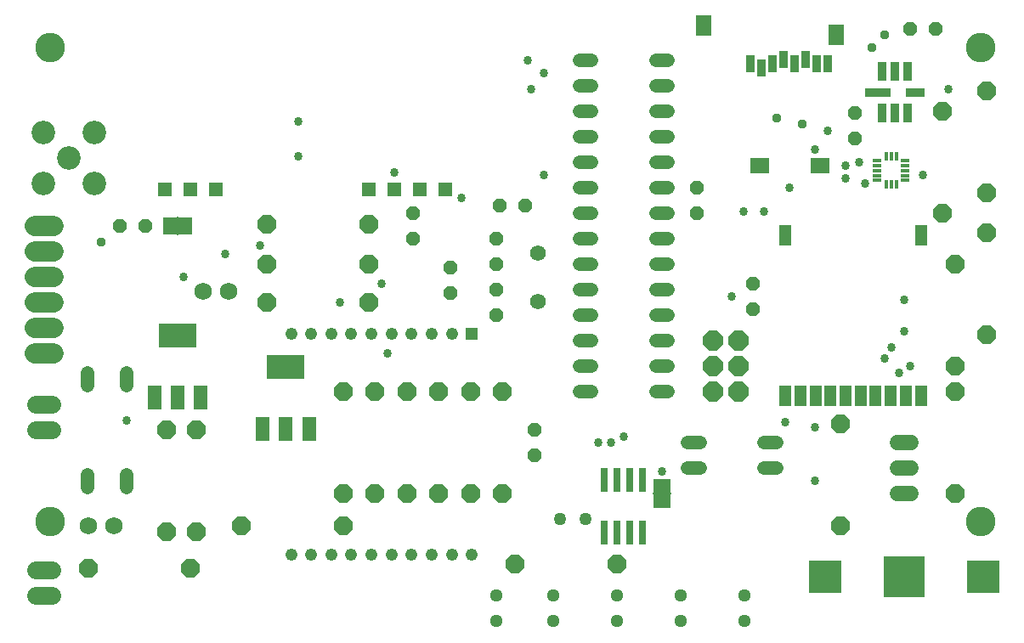
<source format=gts>
G75*
G70*
%OFA0B0*%
%FSLAX24Y24*%
%IPPOS*%
%LPD*%
%AMOC8*
5,1,8,0,0,1.08239X$1,22.5*
%
%ADD10C,0.1162*%
%ADD11C,0.0620*%
%ADD12OC8,0.0540*%
%ADD13C,0.0800*%
%ADD14OC8,0.0800*%
%ADD15C,0.0690*%
%ADD16R,0.0611X0.0808*%
%ADD17R,0.0769X0.0611*%
%ADD18R,0.0336X0.0651*%
%ADD19C,0.0540*%
%ADD20R,0.1044X0.0375*%
%ADD21R,0.0717X0.0375*%
%ADD22R,0.0375X0.0717*%
%ADD23R,0.0535X0.0535*%
%ADD24OC8,0.0720*%
%ADD25R,0.0480X0.0480*%
%ADD26C,0.0480*%
%ADD27C,0.0926*%
%ADD28C,0.0510*%
%ADD29R,0.1620X0.1620*%
%ADD30R,0.1310X0.1310*%
%ADD31R,0.0300X0.0930*%
%ADD32C,0.0496*%
%ADD33R,0.0336X0.0170*%
%ADD34R,0.0170X0.0336*%
%ADD35R,0.0540X0.0940*%
%ADD36R,0.1477X0.0926*%
%ADD37C,0.0692*%
%ADD38C,0.0614*%
%ADD39R,0.0540X0.0940*%
%ADD40R,0.0690X0.0520*%
%ADD41R,0.0720X0.0060*%
%ADD42R,0.0520X0.0690*%
%ADD43R,0.0060X0.0720*%
%ADD44R,0.0454X0.0847*%
%ADD45C,0.0337*%
%ADD46C,0.0376*%
D10*
X001683Y005083D03*
X001683Y023683D03*
X038183Y023683D03*
X038183Y005083D03*
D11*
X020808Y013733D03*
X020808Y015633D03*
D12*
X019178Y015183D03*
X019178Y014183D03*
X019178Y013183D03*
X017371Y014058D03*
X017371Y015058D03*
X015933Y016183D03*
X015933Y017183D03*
X019308Y017496D03*
X020308Y017496D03*
X019178Y016183D03*
X027058Y017183D03*
X027058Y018183D03*
X029246Y014433D03*
X029246Y013433D03*
X020683Y008683D03*
X020683Y007683D03*
X005433Y016682D03*
X004433Y016682D03*
X033246Y020121D03*
X033246Y021121D03*
X035433Y024433D03*
X036433Y024433D03*
D13*
X001816Y016683D02*
X001076Y016683D01*
X001076Y015683D02*
X001816Y015683D01*
X001816Y014683D02*
X001076Y014683D01*
X001076Y013683D02*
X001816Y013683D01*
X001816Y012683D02*
X001076Y012683D01*
X001076Y011683D02*
X001816Y011683D01*
D14*
X027683Y011183D03*
X028683Y011183D03*
X028683Y012183D03*
X027683Y012183D03*
X027683Y010183D03*
X028683Y010183D03*
D15*
X008683Y014121D03*
X007683Y014121D03*
X004189Y004939D03*
X003189Y004939D03*
D16*
X027329Y024556D03*
X032526Y024202D03*
D17*
X031896Y019044D03*
X029534Y019044D03*
D18*
X029573Y022902D03*
X029140Y023060D03*
X030006Y023060D03*
X030439Y023217D03*
X030872Y023060D03*
X031305Y023217D03*
X031739Y023060D03*
X032172Y023060D03*
D19*
X025923Y023183D02*
X025443Y023183D01*
X025443Y022183D02*
X025923Y022183D01*
X025923Y021183D02*
X025443Y021183D01*
X025443Y020183D02*
X025923Y020183D01*
X025923Y019183D02*
X025443Y019183D01*
X025443Y018183D02*
X025923Y018183D01*
X025923Y017183D02*
X025443Y017183D01*
X025443Y016183D02*
X025923Y016183D01*
X025923Y015183D02*
X025443Y015183D01*
X025443Y014183D02*
X025923Y014183D01*
X025923Y013183D02*
X025443Y013183D01*
X025443Y012183D02*
X025923Y012183D01*
X025923Y011183D02*
X025443Y011183D01*
X025443Y010183D02*
X025923Y010183D01*
X026693Y008183D02*
X027173Y008183D01*
X027173Y007183D02*
X026693Y007183D01*
X029693Y007183D02*
X030173Y007183D01*
X030173Y008183D02*
X029693Y008183D01*
X022923Y010183D02*
X022443Y010183D01*
X022443Y011183D02*
X022923Y011183D01*
X022923Y012183D02*
X022443Y012183D01*
X022443Y013183D02*
X022923Y013183D01*
X022923Y014183D02*
X022443Y014183D01*
X022443Y015183D02*
X022923Y015183D01*
X022923Y016183D02*
X022443Y016183D01*
X022443Y017183D02*
X022923Y017183D01*
X022923Y018183D02*
X022443Y018183D01*
X022443Y019183D02*
X022923Y019183D01*
X022923Y020183D02*
X022443Y020183D01*
X022443Y021183D02*
X022923Y021183D01*
X022923Y022183D02*
X022443Y022183D01*
X022443Y023183D02*
X022923Y023183D01*
X004683Y010923D02*
X004683Y010443D01*
X003167Y010440D02*
X003167Y010920D01*
X003167Y006920D02*
X003167Y006440D01*
X004683Y006443D02*
X004683Y006923D01*
D20*
X034159Y021933D03*
D21*
X035621Y021933D03*
D22*
X035308Y021120D03*
X034808Y021120D03*
X034308Y021120D03*
X034308Y022746D03*
X034808Y022746D03*
X035308Y022746D03*
D23*
X017183Y018121D03*
X016183Y018121D03*
X015183Y018121D03*
X014183Y018121D03*
X008183Y018121D03*
X007183Y018121D03*
X006183Y018121D03*
D24*
X010183Y016746D03*
X010183Y015183D03*
X010183Y013683D03*
X014183Y013683D03*
X014183Y015183D03*
X014183Y016746D03*
X014433Y010183D03*
X013183Y010183D03*
X015683Y010183D03*
X016933Y010183D03*
X018183Y010183D03*
X019433Y010183D03*
X019433Y006183D03*
X018183Y006183D03*
X016933Y006183D03*
X015683Y006183D03*
X014433Y006183D03*
X013183Y006183D03*
X013183Y004933D03*
X009183Y004933D03*
X007433Y004683D03*
X006246Y004683D03*
X007183Y003246D03*
X003183Y003246D03*
X006246Y008683D03*
X007433Y008683D03*
X019933Y003433D03*
X023933Y003433D03*
X032683Y004933D03*
X037183Y006183D03*
X032683Y008933D03*
X037183Y010183D03*
X037183Y011183D03*
X038433Y012433D03*
X037183Y015183D03*
X038433Y016433D03*
X036683Y017183D03*
X038433Y017996D03*
X036683Y021183D03*
X038433Y021996D03*
D25*
X018227Y012452D03*
D26*
X017439Y012452D03*
X016652Y012452D03*
X015864Y012452D03*
X015077Y012452D03*
X014290Y012452D03*
X013502Y012452D03*
X012715Y012452D03*
X011927Y012452D03*
X011140Y012452D03*
X011140Y003790D03*
X011927Y003790D03*
X012715Y003790D03*
X013502Y003790D03*
X014290Y003790D03*
X015077Y003790D03*
X015864Y003790D03*
X016652Y003790D03*
X017439Y003790D03*
X018227Y003790D03*
D27*
X003433Y018371D03*
X002433Y019371D03*
X001433Y020371D03*
X003433Y020371D03*
X001433Y018371D03*
D28*
X019183Y002183D03*
X019183Y001183D03*
X021433Y001183D03*
X021433Y002183D03*
X023933Y002183D03*
X023933Y001183D03*
X026433Y001183D03*
X026433Y002183D03*
X028933Y002183D03*
X028933Y001183D03*
D29*
X035183Y002933D03*
D30*
X032083Y002933D03*
X038283Y002933D03*
D31*
X024933Y004653D03*
X024433Y004653D03*
X023933Y004653D03*
X023433Y004653D03*
X023433Y006713D03*
X023933Y006713D03*
X024433Y006713D03*
X024933Y006713D03*
D32*
X022683Y005183D03*
X021683Y005183D03*
D33*
X034132Y018477D03*
X034132Y018674D03*
X034132Y018871D03*
X034132Y019068D03*
X034132Y019265D03*
X035235Y019265D03*
X035235Y019068D03*
X035235Y018871D03*
X035235Y018674D03*
X035235Y018477D03*
D34*
X034880Y018320D03*
X034683Y018320D03*
X034487Y018320D03*
X034487Y019422D03*
X034683Y019422D03*
X034880Y019422D03*
D35*
X007593Y009963D03*
X006683Y009963D03*
X005773Y009963D03*
D36*
X006683Y012403D03*
X010933Y011153D03*
D37*
X001750Y002183D02*
X001117Y002183D01*
X001117Y003183D02*
X001750Y003183D01*
X001750Y008683D02*
X001117Y008683D01*
X001117Y009683D02*
X001750Y009683D01*
D38*
X034907Y008183D02*
X035460Y008183D01*
X035460Y007183D02*
X034907Y007183D01*
X034907Y006183D02*
X035460Y006183D01*
D39*
X011843Y008713D03*
X010933Y008713D03*
X010024Y008713D03*
D40*
X025683Y006483D03*
X025683Y005883D03*
D41*
X025683Y006183D03*
D42*
X006983Y016683D03*
X006383Y016683D03*
D43*
X006683Y016683D03*
D44*
X030526Y016333D03*
X035841Y016333D03*
X035841Y010034D03*
X035250Y010034D03*
X034660Y010034D03*
X034069Y010034D03*
X033479Y010034D03*
X032888Y010034D03*
X032298Y010034D03*
X031707Y010034D03*
X031116Y010034D03*
X030526Y010034D03*
D45*
X030526Y008996D03*
X031683Y008808D03*
X031683Y006683D03*
X025683Y007058D03*
X024183Y008433D03*
X023683Y008183D03*
X023183Y008183D03*
X028433Y013933D03*
X028871Y017246D03*
X029683Y017246D03*
X030683Y018183D03*
X031683Y019683D03*
X032183Y020433D03*
X032902Y019058D03*
X033433Y019183D03*
X032871Y018558D03*
X033652Y018371D03*
X035933Y018683D03*
X036933Y022058D03*
X035183Y013808D03*
X035183Y012558D03*
X034683Y011933D03*
X034433Y011496D03*
X034996Y010933D03*
X035433Y011183D03*
X021058Y018683D03*
X017808Y017808D03*
X015183Y018808D03*
X011433Y019433D03*
X011433Y020808D03*
X009933Y015933D03*
X008558Y015590D03*
X006933Y014683D03*
X013058Y013683D03*
X014683Y014433D03*
X014933Y011683D03*
X004683Y009058D03*
X020558Y022058D03*
X021058Y022683D03*
X020433Y023183D03*
D46*
X030183Y020933D03*
X031183Y020683D03*
X033933Y023683D03*
X034433Y024183D03*
X003683Y016058D03*
M02*

</source>
